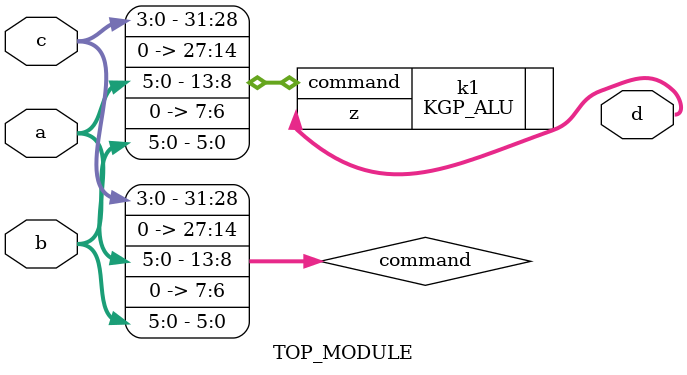
<source format=v>
`timescale 1ns / 1ps
module TOP_MODULE(
input [5:0] a,
input [5:0] b,
input [3:0] c,
output [7:0] d
    );
	wire [31:0] command;
assign command = {c,14'b0,a,2'b0,b}; 	
KGP_ALU k1(
	.command(command),
	.z(d)
	);

endmodule

</source>
